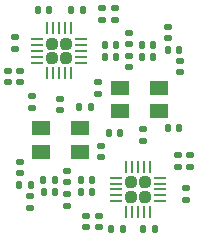
<source format=gbr>
%TF.GenerationSoftware,KiCad,Pcbnew,6.0.7-f9a2dced07~116~ubuntu20.04.1*%
%TF.CreationDate,2022-09-18T16:57:55+02:00*%
%TF.ProjectId,SRRReceiver,53525252-6563-4656-9976-65722e6b6963,rev?*%
%TF.SameCoordinates,Original*%
%TF.FileFunction,Paste,Top*%
%TF.FilePolarity,Positive*%
%FSLAX46Y46*%
G04 Gerber Fmt 4.6, Leading zero omitted, Abs format (unit mm)*
G04 Created by KiCad (PCBNEW 6.0.7-f9a2dced07~116~ubuntu20.04.1) date 2022-09-18 16:57:55*
%MOMM*%
%LPD*%
G01*
G04 APERTURE LIST*
G04 Aperture macros list*
%AMRoundRect*
0 Rectangle with rounded corners*
0 $1 Rounding radius*
0 $2 $3 $4 $5 $6 $7 $8 $9 X,Y pos of 4 corners*
0 Add a 4 corners polygon primitive as box body*
4,1,4,$2,$3,$4,$5,$6,$7,$8,$9,$2,$3,0*
0 Add four circle primitives for the rounded corners*
1,1,$1+$1,$2,$3*
1,1,$1+$1,$4,$5*
1,1,$1+$1,$6,$7*
1,1,$1+$1,$8,$9*
0 Add four rect primitives between the rounded corners*
20,1,$1+$1,$2,$3,$4,$5,0*
20,1,$1+$1,$4,$5,$6,$7,0*
20,1,$1+$1,$6,$7,$8,$9,0*
20,1,$1+$1,$8,$9,$2,$3,0*%
G04 Aperture macros list end*
%ADD10RoundRect,0.140000X0.170000X-0.140000X0.170000X0.140000X-0.170000X0.140000X-0.170000X-0.140000X0*%
%ADD11RoundRect,0.140000X-0.170000X0.140000X-0.170000X-0.140000X0.170000X-0.140000X0.170000X0.140000X0*%
%ADD12RoundRect,0.140000X-0.140000X-0.170000X0.140000X-0.170000X0.140000X0.170000X-0.140000X0.170000X0*%
%ADD13RoundRect,0.147500X0.147500X0.172500X-0.147500X0.172500X-0.147500X-0.172500X0.147500X-0.172500X0*%
%ADD14RoundRect,0.140000X0.140000X0.170000X-0.140000X0.170000X-0.140000X-0.170000X0.140000X-0.170000X0*%
%ADD15RoundRect,0.242500X-0.242500X-0.242500X0.242500X-0.242500X0.242500X0.242500X-0.242500X0.242500X0*%
%ADD16RoundRect,0.062500X-0.425000X-0.062500X0.425000X-0.062500X0.425000X0.062500X-0.425000X0.062500X0*%
%ADD17RoundRect,0.062500X-0.062500X-0.425000X0.062500X-0.425000X0.062500X0.425000X-0.062500X0.425000X0*%
%ADD18RoundRect,0.242500X0.242500X0.242500X-0.242500X0.242500X-0.242500X-0.242500X0.242500X-0.242500X0*%
%ADD19RoundRect,0.062500X0.425000X0.062500X-0.425000X0.062500X-0.425000X-0.062500X0.425000X-0.062500X0*%
%ADD20RoundRect,0.062500X0.062500X0.425000X-0.062500X0.425000X-0.062500X-0.425000X0.062500X-0.425000X0*%
%ADD21RoundRect,0.147500X-0.147500X-0.172500X0.147500X-0.172500X0.147500X0.172500X-0.147500X0.172500X0*%
%ADD22RoundRect,0.147500X0.172500X-0.147500X0.172500X0.147500X-0.172500X0.147500X-0.172500X-0.147500X0*%
%ADD23R,1.600000X1.300000*%
%ADD24RoundRect,0.135000X-0.135000X-0.185000X0.135000X-0.185000X0.135000X0.185000X-0.135000X0.185000X0*%
%ADD25RoundRect,0.147500X-0.172500X0.147500X-0.172500X-0.147500X0.172500X-0.147500X0.172500X0.147500X0*%
%ADD26RoundRect,0.135000X0.135000X0.185000X-0.135000X0.185000X-0.135000X-0.185000X0.135000X-0.185000X0*%
G04 APERTURE END LIST*
D10*
%TO.C,C5*%
X124237500Y-98780000D03*
X124237500Y-97820000D03*
%TD*%
D11*
%TO.C,C6*%
X124400000Y-91908154D03*
X124400000Y-92868154D03*
%TD*%
D12*
%TO.C,C7*%
X125098750Y-90788154D03*
X126058750Y-90788154D03*
%TD*%
%TO.C,C32*%
X127920000Y-83350000D03*
X128880000Y-83350000D03*
%TD*%
D13*
%TO.C,L6*%
X131085000Y-83800000D03*
X130115000Y-83800000D03*
%TD*%
D10*
%TO.C,C31*%
X126800000Y-85230000D03*
X126800000Y-84270000D03*
%TD*%
D13*
%TO.C,L5*%
X128885000Y-84400000D03*
X127915000Y-84400000D03*
%TD*%
D14*
%TO.C,C18*%
X123580000Y-88600000D03*
X122620000Y-88600000D03*
%TD*%
D11*
%TO.C,C15*%
X121600000Y-94020000D03*
X121600000Y-94980000D03*
%TD*%
D15*
%TO.C,U2*%
X121500000Y-84450000D03*
X120300000Y-83250000D03*
X120300000Y-84450000D03*
X121500000Y-83250000D03*
D16*
X119012500Y-82850000D03*
X119012500Y-83350000D03*
X119012500Y-83850000D03*
X119012500Y-84350000D03*
X119012500Y-84850000D03*
D17*
X119900000Y-85737500D03*
X120400000Y-85737500D03*
X120900000Y-85737500D03*
X121400000Y-85737500D03*
X121900000Y-85737500D03*
D16*
X122787500Y-84850000D03*
X122787500Y-84350000D03*
X122787500Y-83850000D03*
X122787500Y-83350000D03*
X122787500Y-82850000D03*
D17*
X121900000Y-81962500D03*
X121400000Y-81962500D03*
X120900000Y-81962500D03*
X120400000Y-81962500D03*
X119900000Y-81962500D03*
%TD*%
D11*
%TO.C,C33*%
X130100000Y-81820000D03*
X130100000Y-82780000D03*
%TD*%
%TO.C,C2*%
X130978750Y-92708154D03*
X130978750Y-93668154D03*
%TD*%
D10*
%TO.C,C28*%
X131658750Y-96468154D03*
X131658750Y-95508154D03*
%TD*%
D12*
%TO.C,C14*%
X122720000Y-95788154D03*
X123680000Y-95788154D03*
%TD*%
D18*
%TO.C,U1*%
X126971250Y-96188154D03*
X128171250Y-96188154D03*
X126971250Y-94988154D03*
X128171250Y-94988154D03*
D19*
X129458750Y-96588154D03*
X129458750Y-96088154D03*
X129458750Y-95588154D03*
X129458750Y-95088154D03*
X129458750Y-94588154D03*
D20*
X128571250Y-93700654D03*
X128071250Y-93700654D03*
X127571250Y-93700654D03*
X127071250Y-93700654D03*
X126571250Y-93700654D03*
D19*
X125683750Y-94588154D03*
X125683750Y-95088154D03*
X125683750Y-95588154D03*
X125683750Y-96088154D03*
X125683750Y-96588154D03*
D20*
X126571250Y-97475654D03*
X127071250Y-97475654D03*
X127571250Y-97475654D03*
X128071250Y-97475654D03*
X128571250Y-97475654D03*
%TD*%
D21*
%TO.C,L2*%
X119565000Y-94788154D03*
X120535000Y-94788154D03*
%TD*%
D10*
%TO.C,C21*%
X116600000Y-86480000D03*
X116600000Y-85520000D03*
%TD*%
D11*
%TO.C,C24*%
X125600000Y-80270000D03*
X125600000Y-81230000D03*
%TD*%
D10*
%TO.C,C25*%
X121000000Y-88880000D03*
X121000000Y-87920000D03*
%TD*%
D11*
%TO.C,C20*%
X118600000Y-87720000D03*
X118600000Y-88680000D03*
%TD*%
%TO.C,C19*%
X117550000Y-93270000D03*
X117550000Y-94230000D03*
%TD*%
%TO.C,C1*%
X131978750Y-92708154D03*
X131978750Y-93668154D03*
%TD*%
%TO.C,C12*%
X117200000Y-82720000D03*
X117200000Y-83680000D03*
%TD*%
D14*
%TO.C,C11*%
X128980000Y-98900000D03*
X128020000Y-98900000D03*
%TD*%
D10*
%TO.C,C27*%
X124200000Y-87480000D03*
X124200000Y-86520000D03*
%TD*%
%TO.C,C3*%
X123200000Y-98780000D03*
X123200000Y-97820000D03*
%TD*%
D14*
%TO.C,C10*%
X131080000Y-90400000D03*
X130120000Y-90400000D03*
%TD*%
%TO.C,C29*%
X125730000Y-84400000D03*
X124770000Y-84400000D03*
%TD*%
D11*
%TO.C,C4*%
X127978750Y-90508154D03*
X127978750Y-91468154D03*
%TD*%
D14*
%TO.C,C16*%
X120538750Y-95800000D03*
X119578750Y-95800000D03*
%TD*%
D22*
%TO.C,L4*%
X126800000Y-83285000D03*
X126800000Y-82315000D03*
%TD*%
D14*
%TO.C,C30*%
X125730000Y-83400000D03*
X124770000Y-83400000D03*
%TD*%
D12*
%TO.C,C13*%
X122720000Y-94788154D03*
X123680000Y-94788154D03*
%TD*%
D23*
%TO.C,Y1*%
X129366250Y-86988154D03*
X126066250Y-86988154D03*
X126066250Y-88988154D03*
X129366250Y-88988154D03*
%TD*%
D12*
%TO.C,C23*%
X119120000Y-80400000D03*
X120080000Y-80400000D03*
%TD*%
D24*
%TO.C,R2*%
X121890000Y-80400000D03*
X122910000Y-80400000D03*
%TD*%
D23*
%TO.C,Y2*%
X119350000Y-92400000D03*
X122650000Y-92400000D03*
X122650000Y-90400000D03*
X119350000Y-90400000D03*
%TD*%
D11*
%TO.C,C26*%
X124500000Y-80270000D03*
X124500000Y-81230000D03*
%TD*%
D25*
%TO.C,L1*%
X121600000Y-96015000D03*
X121600000Y-96985000D03*
%TD*%
D10*
%TO.C,C17*%
X118458750Y-97130000D03*
X118458750Y-96170000D03*
%TD*%
D21*
%TO.C,L3*%
X117515000Y-95200000D03*
X118485000Y-95200000D03*
%TD*%
D10*
%TO.C,C34*%
X131100000Y-85680000D03*
X131100000Y-84720000D03*
%TD*%
%TO.C,C22*%
X117600000Y-86480000D03*
X117600000Y-85520000D03*
%TD*%
D26*
%TO.C,R1*%
X126310000Y-98900000D03*
X125290000Y-98900000D03*
%TD*%
M02*

</source>
